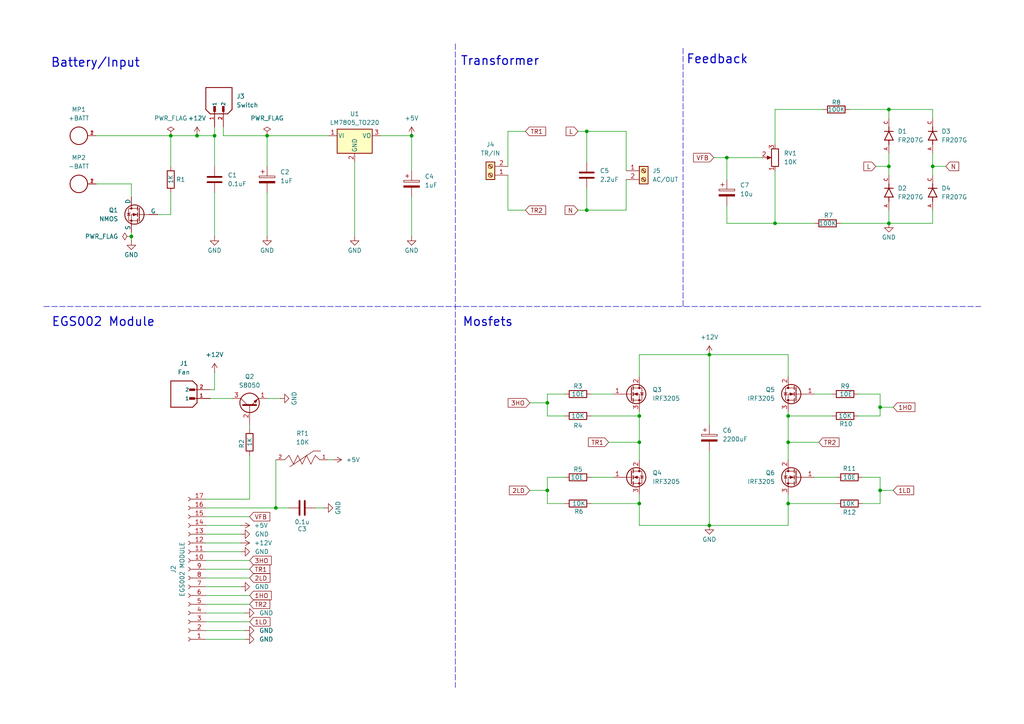
<source format=kicad_sch>
(kicad_sch (version 20231120) (generator "eeschema") (generator_version "8.0")
  (paper "A4")
  (title_block (title "Sine Wave Inverter with EGS002") (date "2024-10-20") (company "Ampnics") (comment 1 "Design By - Engineer Ammar"))
  (lib_symbols
    (symbol "B2B-XH-A__LF__SN_:B2B-XH-A__LF__SN_" (pin_names (offset 1.016))
      (property "Reference" "J" (at -2.54 6.35 0))
      (property "Value" "B2B-XH-A__LF__SN_" (at -2.54 -5.08 0))
      (symbol "B2B-XH-A__LF__SN__0_0"
        (pin passive line (at -7.62 2.54 0) (length 5.08) (name "1") (number "1"))
        (pin passive line (at -7.62 0 0) (length 5.08) (name "2") (number "2"))
      )
    )
    (symbol "Connector:Conn_01x17_Socket" (pin_names (offset 1.016) hide)
      (property "Reference" "J" (at 0 22.86 0))
      (property "Value" "Conn_01x17_Socket" (at 0 -22.86 0))
      (symbol "Conn_01x17_Socket_1_1"
        (pin passive line (at -5.08 20.32 0) (length 3.81) (name "Pin_1") (number "1"))
        (pin passive line (at -5.08 -2.54 0) (length 3.81) (name "Pin_10") (number "10"))
        (pin passive line (at -5.08 -5.08 0) (length 3.81) (name "Pin_11") (number "11"))
        (pin passive line (at -5.08 -7.62 0) (length 3.81) (name "Pin_12") (number "12"))
        (pin passive line (at -5.08 -10.16 0) (length 3.81) (name "Pin_13") (number "13"))
        (pin passive line (at -5.08 -12.7 0) (length 3.81) (name "Pin_14") (number "14"))
        (pin passive line (at -5.08 -15.24 0) (length 3.81) (name "Pin_15") (number "15"))
        (pin passive line (at -5.08 -17.78 0) (length 3.81) (name "Pin_16") (number "16"))
        (pin passive line (at -5.08 -20.32 0) (length 3.81) (name "Pin_17") (number "17"))
        (pin passive line (at -5.08 17.78 0) (length 3.81) (name "Pin_2") (number "2"))
        (pin passive line (at -5.08 15.24 0) (length 3.81) (name "Pin_3") (number "3"))
        (pin passive line (at -5.08 12.7 0) (length 3.81) (name "Pin_4") (number "4"))
        (pin passive line (at -5.08 10.16 0) (length 3.81) (name "Pin_5") (number "5"))
        (pin passive line (at -5.08 7.62 0) (length 3.81) (name "Pin_6") (number "6"))
        (pin passive line (at -5.08 5.08 0) (length 3.81) (name "Pin_7") (number "7"))
        (pin passive line (at -5.08 2.54 0) (length 3.81) (name "Pin_8") (number "8"))
        (pin passive line (at -5.08 0 0) (length 3.81) (name "Pin_9") (number "9"))
      )
    )
    (symbol "Connector:Screw_Terminal_01x02" (pin_names (offset 1.016) hide)
      (property "Reference" "J" (at 0 2.54 0))
      (property "Value" "Screw_Terminal_01x02" (at 0 -5.08 0))
      (symbol "Screw_Terminal_01x02_1_1"
        (pin passive line (at -5.08 0 0) (length 3.81) (name "Pin_1") (number "1"))
        (pin passive line (at -5.08 -2.54 0) (length 3.81) (name "Pin_2") (number "2"))
      )
    )
    (symbol "Device:C" (pin_numbers hide) (pin_names (offset 0.254))
      (property "Reference" "C" (at 0.635 2.54 0))
      (property "Value" "C" (at 0.635 -2.54 0))
      (symbol "C_1_1"
        (pin passive line (at 0 3.81 270) (length 2.794) (name "~") (number "1"))
        (pin passive line (at 0 -3.81 90) (length 2.794) (name "~") (number "2"))
      )
    )
    (symbol "Device:C_Polarized" (pin_numbers hide) (pin_names (offset 0.254))
      (property "Reference" "C" (at 0.635 2.54 0))
      (property "Value" "C_Polarized" (at 0.635 -2.54 0))
      (symbol "C_Polarized_1_1"
        (pin passive line (at 0 3.81 270) (length 2.794) (name "~") (number "1"))
        (pin passive line (at 0 -3.81 90) (length 2.794) (name "~") (number "2"))
      )
    )
    (symbol "Device:R" (pin_numbers hide) (pin_names (offset 0))
      (property "Reference" "R" (at 2.032 0 90))
      (property "Value" "R" (at 0 0 90))
      (symbol "R_1_1"
        (pin passive line (at 0 3.81 270) (length 1.27) (name "~") (number "1"))
        (pin passive line (at 0 -3.81 90) (length 1.27) (name "~") (number "2"))
      )
    )
    (symbol "Device:R_Potentiometer" (pin_names (offset 1.016) hide)
      (property "Reference" "RV" (at -4.445 0 90))
      (property "Value" "R_Potentiometer" (at -2.54 0 90))
      (symbol "R_Potentiometer_1_1"
        (pin passive line (at 0 3.81 270) (length 1.27) (name "1") (number "1"))
        (pin passive line (at 3.81 0 180) (length 1.27) (name "2") (number "2"))
        (pin passive line (at 0 -3.81 90) (length 1.27) (name "3") (number "3"))
      )
    )
    (symbol "FR207G:FR207G" (pin_names (offset 1.016))
      (property "Reference" "D" (at -5.08 2.54 0))
      (property "Value" "FR207G" (at -5.08 -3.81 0))
      (symbol "FR207G_0_0"
        (pin passive line (at -5.08 0 0) (length 2.54) (name "~") (number "A"))
        (pin passive line (at 5.08 0 180) (length 2.54) (name "~") (number "C"))
      )
    )
    (symbol "NXRT15WB333JA3A016:NXRT15WB333JA3A016" (pin_names (offset 1.016))
      (property "Reference" "RT" (at -5.091 2.5455 0))
      (property "Value" "NXRT15WB333JA3A016" (at -5.098 -5.098 0))
      (symbol "NXRT15WB333JA3A016_0_0"
        (pin passive line (at -7.62 0 0) (length 2.54) (name "~") (number "1"))
        (pin passive line (at 7.62 0 180) (length 2.54) (name "~") (number "2"))
      )
    )
    (symbol "Regulator_Linear:LM7805_TO220" (pin_names (offset 0.254))
      (property "Reference" "U" (at -3.81 3.175 0))
      (property "Value" "LM7805_TO220" (at 0 3.175 0))
      (symbol "LM7805_TO220_1_1"
        (pin power_in line (at -7.62 0 0) (length 2.54) (name "VI") (number "1"))
        (pin power_in line (at 0 -7.62 90) (length 2.54) (name "GND") (number "2"))
        (pin power_out line (at 7.62 0 180) (length 2.54) (name "VO") (number "3"))
      )
    )
    (symbol "Simulation_SPICE:NMOS" (pin_numbers hide) (pin_names (offset 0))
      (property "Reference" "Q" (at 5.08 1.27 0))
      (property "Value" "NMOS" (at 5.08 -1.27 0))
      (symbol "NMOS_1_1"
        (pin passive line (at 2.54 5.08 270) (length 2.54) (name "D") (number "1"))
        (pin input line (at -5.08 0 0) (length 2.54) (name "G") (number "2"))
        (pin passive line (at 2.54 -5.08 90) (length 2.54) (name "S") (number "3"))
      )
    )
    (symbol "Transistor_BJT:S8050" (pin_names (offset 0) hide)
      (property "Reference" "Q" (at 5.08 1.905 0))
      (property "Value" "S8050" (at 5.08 0 0))
      (symbol "S8050_1_1"
        (pin passive line (at 2.54 -5.08 90) (length 2.54) (name "E") (number "1"))
        (pin input line (at -5.08 0 0) (length 5.08) (name "B") (number "2"))
        (pin passive line (at 2.54 5.08 270) (length 2.54) (name "C") (number "3"))
      )
    )
    (symbol "Transistor_FET:IRF3205" (pin_names hide)
      (property "Reference" "Q" (at 5.08 1.905 0))
      (property "Value" "IRF3205" (at 5.08 0 0))
      (symbol "IRF3205_1_1"
        (pin input line (at -5.08 0 0) (length 2.54) (name "G") (number "1"))
        (pin passive line (at 2.54 5.08 270) (length 2.54) (name "D") (number "2"))
        (pin passive line (at 2.54 -5.08 90) (length 2.54) (name "S") (number "3"))
      )
    )
    (symbol "WA-MTAB:WA-MTAB" (pin_names (offset 1.016))
      (property "Reference" "MP" (at 0 3.556 0))
      (symbol "WA-MTAB_0_0"
        (pin passive line (at -5.08 0 0) (length 2.54) (name "~") (number "1"))
        (pin passive line (at -5.08 0 0) (length 2.54) (name "~") (number "2"))
      )
    )
    (symbol "power:+12V" (power) (pin_numbers hide) (pin_names (offset 0) hide)
      (property "Value" "+12V" (at 0 3.556 0))
      (symbol "+12V_1_1"
        (pin power_in line (at 0 0 90) (length 0) (name "~") (number "1"))
      )
    )
    (symbol "power:+5V" (power) (pin_numbers hide) (pin_names (offset 0) hide)
      (property "Value" "+5V" (at 0 3.556 0))
      (symbol "+5V_1_1"
        (pin power_in line (at 0 0 90) (length 0) (name "~") (number "1"))
      )
    )
    (symbol "power:GND" (power) (pin_numbers hide) (pin_names (offset 0) hide)
      (property "Value" "GND" (at 0 -3.81 0))
      (symbol "GND_1_1"
        (pin power_in line (at 0 0 270) (length 0) (name "~") (number "1"))
      )
    )
    (symbol "power:PWR_FLAG" (power) (pin_numbers hide) (pin_names (offset 0) hide)
      (property "Value" "PWR_FLAG" (at 0 3.81 0))
      (symbol "PWR_FLAG_0_0"
        (pin power_out line (at 0 0 90) (length 0) (name "~") (number "1"))
      )
    )
  )
  (junction (at 228.6 128.27))
  (junction (at 170.18 38.1))
  (junction (at 185.42 128.27))
  (junction (at 185.42 120.65))
  (junction (at 62.23 39.37))
  (junction (at 49.53 39.37))
  (junction (at 255.27 142.24))
  (junction (at 57.15 39.37))
  (junction (at 255.27 118.11))
  (junction (at 158.75 142.24))
  (junction (at 270.51 48.26))
  (junction (at 170.18 60.96))
  (junction (at 257.81 64.77))
  (junction (at 257.81 31.75))
  (junction (at 257.81 48.26))
  (junction (at 77.47 39.37))
  (junction (at 185.42 146.05))
  (junction (at 205.74 102.87))
  (junction (at 224.79 64.77))
  (junction (at 80.01 147.32))
  (junction (at 158.75 116.84))
  (junction (at 228.6 120.65))
  (junction (at 228.6 146.05))
  (junction (at 210.82 45.72))
  (junction (at 205.74 152.4))
  (junction (at 119.38 39.37))
  (junction (at 38.1 68.58))
  (wire (pts (xy 59.69 180.34) (xy 72.39 180.34)))
  (wire (pts (xy 62.23 55.88) (xy 62.23 68.58)))
  (wire (pts (xy 59.69 157.48) (xy 69.85 157.48)))
  (wire (pts (xy 224.79 31.75) (xy 224.79 41.91)))
  (wire (pts (xy 163.83 120.65) (xy 158.75 120.65)))
  (wire (pts (xy 257.81 31.75) (xy 257.81 34.29)))
  (wire (pts (xy 38.1 53.34) (xy 27.94 53.34)))
  (wire (pts (xy 228.6 120.65) (xy 228.6 128.27)))
  (wire (pts (xy 237.49 128.27) (xy 228.6 128.27)))
  (wire (pts (xy 228.6 102.87) (xy 228.6 109.22)))
  (wire (pts (xy 59.69 182.88) (xy 71.12 182.88)))
  (wire (pts (xy 59.69 165.1) (xy 72.39 165.1)))
  (wire (pts (xy 91.44 147.32) (xy 93.98 147.32)))
  (wire (pts (xy 236.22 114.3) (xy 241.3 114.3)))
  (wire (pts (xy 270.51 60.96) (xy 270.51 64.77)))
  (wire (pts (xy 49.53 62.23) (xy 49.53 55.88)))
  (wire (pts (xy 147.32 48.26) (xy 147.32 38.1)))
  (wire (pts (xy 228.6 128.27) (xy 228.6 133.35)))
  (wire (pts (xy 171.45 114.3) (xy 177.8 114.3)))
  (wire (pts (xy 59.69 177.8) (xy 71.12 177.8)))
  (wire (pts (xy 181.61 52.07) (xy 181.61 60.96)))
  (wire (pts (xy 59.69 162.56) (xy 72.39 162.56)))
  (wire (pts (xy 210.82 64.77) (xy 224.79 64.77)))
  (wire (pts (xy 228.6 120.65) (xy 241.3 120.65)))
  (wire (pts (xy 59.69 147.32) (xy 80.01 147.32)))
  (wire (pts (xy 119.38 49.53) (xy 119.38 39.37)))
  (wire (pts (xy 185.42 152.4) (xy 185.42 146.05)))
  (wire (pts (xy 205.74 102.87) (xy 228.6 102.87)))
  (wire (pts (xy 147.32 60.96) (xy 152.4 60.96)))
  (wire (pts (xy 170.18 38.1) (xy 170.18 46.99)))
  (wire (pts (xy 59.69 170.18) (xy 69.85 170.18)))
  (wire (pts (xy 185.42 102.87) (xy 205.74 102.87)))
  (wire (pts (xy 259.08 142.24) (xy 255.27 142.24)))
  (wire (pts (xy 255.27 142.24) (xy 255.27 138.43)))
  (wire (pts (xy 255.27 114.3) (xy 248.92 114.3)))
  (wire (pts (xy 163.83 146.05) (xy 158.75 146.05)))
  (wire (pts (xy 259.08 118.11) (xy 255.27 118.11)))
  (wire (pts (xy 210.82 59.69) (xy 210.82 64.77)))
  (wire (pts (xy 72.39 123.19) (xy 72.39 124.46)))
  (wire (pts (xy 38.1 69.85) (xy 38.1 68.58)))
  (wire (pts (xy 236.22 138.43) (xy 242.57 138.43)))
  (wire (pts (xy 185.42 109.22) (xy 185.42 102.87)))
  (wire (pts (xy 228.6 119.38) (xy 228.6 120.65)))
  (wire (pts (xy 255.27 138.43) (xy 250.19 138.43)))
  (wire (pts (xy 62.23 36.83) (xy 62.23 39.37)))
  (wire (pts (xy 59.69 185.42) (xy 71.12 185.42)))
  (wire (pts (xy 270.51 48.26) (xy 270.51 50.8)))
  (wire (pts (xy 257.81 48.26) (xy 257.81 50.8)))
  (polyline (pts (xy 132.08 88.9) (xy 284.48 88.9)) (stroke (width 0) (type dash)))
  (wire (pts (xy 171.45 146.05) (xy 185.42 146.05)))
  (wire (pts (xy 80.01 147.32) (xy 83.82 147.32)))
  (wire (pts (xy 254 48.26) (xy 257.81 48.26)))
  (wire (pts (xy 210.82 45.72) (xy 220.98 45.72)))
  (wire (pts (xy 77.47 55.88) (xy 77.47 68.58)))
  (wire (pts (xy 170.18 54.61) (xy 170.18 60.96)))
  (wire (pts (xy 205.74 152.4) (xy 185.42 152.4)))
  (wire (pts (xy 246.38 31.75) (xy 257.81 31.75)))
  (wire (pts (xy 72.39 132.08) (xy 72.39 144.78)))
  (wire (pts (xy 185.42 119.38) (xy 185.42 120.65)))
  (wire (pts (xy 185.42 133.35) (xy 185.42 128.27)))
  (polyline (pts (xy 132.08 12.7) (xy 132.08 199.39)) (stroke (width 0) (type dash)))
  (wire (pts (xy 257.81 44.45) (xy 257.81 48.26)))
  (wire (pts (xy 171.45 120.65) (xy 185.42 120.65)))
  (wire (pts (xy 181.61 38.1) (xy 170.18 38.1)))
  (wire (pts (xy 176.53 128.27) (xy 185.42 128.27)))
  (wire (pts (xy 77.47 115.57) (xy 81.28 115.57)))
  (wire (pts (xy 228.6 146.05) (xy 242.57 146.05)))
  (wire (pts (xy 69.85 154.94) (xy 59.69 154.94)))
  (wire (pts (xy 270.51 64.77) (xy 257.81 64.77)))
  (wire (pts (xy 205.74 102.87) (xy 205.74 123.19)))
  (wire (pts (xy 62.23 107.95) (xy 62.23 113.03)))
  (wire (pts (xy 205.74 130.81) (xy 205.74 152.4)))
  (wire (pts (xy 255.27 118.11) (xy 255.27 114.3)))
  (wire (pts (xy 59.69 175.26) (xy 72.39 175.26)))
  (wire (pts (xy 205.74 152.4) (xy 228.6 152.4)))
  (wire (pts (xy 158.75 138.43) (xy 163.83 138.43)))
  (wire (pts (xy 147.32 50.8) (xy 147.32 60.96)))
  (wire (pts (xy 228.6 152.4) (xy 228.6 146.05)))
  (wire (pts (xy 27.94 39.37) (xy 49.53 39.37)))
  (wire (pts (xy 95.25 133.35) (xy 96.52 133.35)))
  (wire (pts (xy 153.67 116.84) (xy 158.75 116.84)))
  (wire (pts (xy 62.23 39.37) (xy 57.15 39.37)))
  (wire (pts (xy 270.51 44.45) (xy 270.51 48.26)))
  (wire (pts (xy 72.39 144.78) (xy 59.69 144.78)))
  (wire (pts (xy 158.75 116.84) (xy 158.75 114.3)))
  (wire (pts (xy 80.01 133.35) (xy 80.01 147.32)))
  (wire (pts (xy 243.84 64.77) (xy 257.81 64.77)))
  (wire (pts (xy 158.75 146.05) (xy 158.75 142.24)))
  (wire (pts (xy 270.51 34.29) (xy 270.51 31.75)))
  (wire (pts (xy 170.18 60.96) (xy 167.64 60.96)))
  (wire (pts (xy 171.45 138.43) (xy 177.8 138.43)))
  (wire (pts (xy 181.61 49.53) (xy 181.61 38.1)))
  (wire (pts (xy 38.1 68.58) (xy 38.1 67.31)))
  (wire (pts (xy 77.47 39.37) (xy 64.77 39.37)))
  (wire (pts (xy 257.81 60.96) (xy 257.81 64.77)))
  (wire (pts (xy 60.96 113.03) (xy 62.23 113.03)))
  (wire (pts (xy 224.79 64.77) (xy 236.22 64.77)))
  (wire (pts (xy 119.38 39.37) (xy 110.49 39.37)))
  (wire (pts (xy 59.69 152.4) (xy 69.85 152.4)))
  (wire (pts (xy 274.32 48.26) (xy 270.51 48.26)))
  (wire (pts (xy 59.69 167.64) (xy 72.39 167.64)))
  (wire (pts (xy 255.27 120.65) (xy 255.27 118.11)))
  (wire (pts (xy 158.75 114.3) (xy 163.83 114.3)))
  (wire (pts (xy 77.47 39.37) (xy 95.25 39.37)))
  (wire (pts (xy 153.67 142.24) (xy 158.75 142.24)))
  (polyline (pts (xy 12.7 88.9) (xy 132.08 88.9)) (stroke (width 0) (type dash)))
  (wire (pts (xy 170.18 38.1) (xy 167.64 38.1)))
  (wire (pts (xy 255.27 146.05) (xy 255.27 142.24)))
  (wire (pts (xy 158.75 120.65) (xy 158.75 116.84)))
  (wire (pts (xy 224.79 49.53) (xy 224.79 64.77)))
  (wire (pts (xy 77.47 48.26) (xy 77.47 39.37)))
  (wire (pts (xy 248.92 120.65) (xy 255.27 120.65)))
  (wire (pts (xy 228.6 143.51) (xy 228.6 146.05)))
  (wire (pts (xy 62.23 39.37) (xy 62.23 48.26)))
  (wire (pts (xy 72.39 149.86) (xy 59.69 149.86)))
  (wire (pts (xy 147.32 38.1) (xy 152.4 38.1)))
  (wire (pts (xy 238.76 31.75) (xy 224.79 31.75)))
  (wire (pts (xy 210.82 45.72) (xy 210.82 52.07)))
  (wire (pts (xy 250.19 146.05) (xy 255.27 146.05)))
  (wire (pts (xy 119.38 57.15) (xy 119.38 68.58)))
  (wire (pts (xy 185.42 120.65) (xy 185.42 128.27)))
  (wire (pts (xy 270.51 31.75) (xy 257.81 31.75)))
  (wire (pts (xy 185.42 143.51) (xy 185.42 146.05)))
  (wire (pts (xy 64.77 39.37) (xy 64.77 36.83)))
  (wire (pts (xy 59.69 160.02) (xy 69.85 160.02)))
  (wire (pts (xy 207.01 45.72) (xy 210.82 45.72)))
  (wire (pts (xy 49.53 48.26) (xy 49.53 39.37)))
  (wire (pts (xy 102.87 46.99) (xy 102.87 68.58)))
  (wire (pts (xy 59.69 172.72) (xy 72.39 172.72)))
  (wire (pts (xy 38.1 57.15) (xy 38.1 53.34)))
  (wire (pts (xy 181.61 60.96) (xy 170.18 60.96)))
  (wire (pts (xy 45.72 62.23) (xy 49.53 62.23)))
  (polyline (pts (xy 198.12 13.97) (xy 198.12 88.9)) (stroke (width 0) (type dash)))
  (wire (pts (xy 158.75 142.24) (xy 158.75 138.43)))
  (wire (pts (xy 60.96 115.57) (xy 67.31 115.57)))
  (wire (pts (xy 57.15 39.37) (xy 49.53 39.37)))
  (text "Battery/Input" (at 27.686 18.288 0) (effects (font (size 2.54 2.54) (thickness 0.3175))))
  (text "EGS002 Module" (at 29.972 93.472 0) (effects (font (size 2.54 2.54) (thickness 0.3175))))
  (text "Transformer" (at 145.034 17.78 0) (effects (font (size 2.54 2.54) (thickness 0.3175))))
  (text "Feedback" (at 208.026 17.272 0) (effects (font (size 2.54 2.54) (thickness 0.3175))))
  (text "Mosfets" (at 141.478 93.472 0) (effects (font (size 2.54 2.54) (thickness 0.3175))))
  (global_label "1LD" (shape input) (at 259.08 142.24 0) (property "Intersheetrefs" "${INTERSHEET_REFS}" (effects (hide yes))))
  (global_label "1LD" (shape input) (at 72.39 180.34 0) (property "Intersheetrefs" "${INTERSHEET_REFS}" (effects (hide yes))))
  (global_label "TR1" (shape input) (at 72.39 165.1 0) (property "Intersheetrefs" "${INTERSHEET_REFS}" (effects (hide yes))))
  (global_label "TR2" (shape input) (at 237.49 128.27 0) (property "Intersheetrefs" "${INTERSHEET_REFS}" (effects (hide yes))))
  (global_label "TR1" (shape input) (at 152.4 38.1 0) (property "Intersheetrefs" "${INTERSHEET_REFS}" (effects (hide yes))))
  (global_label "L" (shape input) (at 167.64 38.1 180) (property "Intersheetrefs" "${INTERSHEET_REFS}" (effects (hide yes))))
  (global_label "VFB" (shape input) (at 72.39 149.86 0) (property "Intersheetrefs" "${INTERSHEET_REFS}" (effects (hide yes))))
  (global_label "2LD" (shape input) (at 72.39 167.64 0) (property "Intersheetrefs" "${INTERSHEET_REFS}" (effects (hide yes))))
  (global_label "3HO" (shape input) (at 153.67 116.84 180) (property "Intersheetrefs" "${INTERSHEET_REFS}" (effects (hide yes))))
  (global_label "TR2" (shape input) (at 72.39 175.26 0) (property "Intersheetrefs" "${INTERSHEET_REFS}" (effects (hide yes))))
  (global_label "VFB" (shape input) (at 207.01 45.72 180) (property "Intersheetrefs" "${INTERSHEET_REFS}" (effects (hide yes))))
  (global_label "1HO" (shape input) (at 259.08 118.11 0) (property "Intersheetrefs" "${INTERSHEET_REFS}" (effects (hide yes))))
  (global_label "N" (shape input) (at 167.64 60.96 180) (property "Intersheetrefs" "${INTERSHEET_REFS}" (effects (hide yes))))
  (global_label "N" (shape input) (at 274.32 48.26 0) (property "Intersheetrefs" "${INTERSHEET_REFS}" (effects (hide yes))))
  (global_label "TR1" (shape input) (at 176.53 128.27 180) (property "Intersheetrefs" "${INTERSHEET_REFS}" (effects (hide yes))))
  (global_label "3HO" (shape input) (at 72.39 162.56 0) (property "Intersheetrefs" "${INTERSHEET_REFS}" (effects (hide yes))))
  (global_label "L" (shape input) (at 254 48.26 180) (property "Intersheetrefs" "${INTERSHEET_REFS}" (effects (hide yes))))
  (global_label "1HO" (shape input) (at 72.39 172.72 0) (property "Intersheetrefs" "${INTERSHEET_REFS}" (effects (hide yes))))
  (global_label "TR2" (shape input) (at 152.4 60.96 0) (property "Intersheetrefs" "${INTERSHEET_REFS}" (effects (hide yes))))
  (global_label "2LD" (shape input) (at 153.67 142.24 180) (property "Intersheetrefs" "${INTERSHEET_REFS}" (effects (hide yes))))
  (symbol (lib_id "power:GND") (at 119.38 68.58 0) (unit 1)
    (property "Reference" "#PWR019" (effects (hide yes)))
    (property "Value" "GND" (at 119.38 72.644 0))
    (property "Description" "Power symbol creates a global label with name \"GND\" , ground" (effects (hide yes)))
  )
  (symbol (lib_id "power:GND") (at 69.85 170.18 90) (unit 1)
    (property "Reference" "#PWR09" (effects (hide yes)))
    (property "Value" "GND" (at 75.946 170.18 90))
    (property "Description" "Power symbol creates a global label with name \"GND\" , ground" (effects (hide yes)))
  )
  (symbol (lib_id "power:+12V") (at 69.85 157.48 270) (unit 1)
    (property "Reference" "#PWR07" (effects (hide yes)))
    (property "Value" "+12V" (at 73.66 157.4799 90) (effects (justify left)))
    (property "Description" "Power symbol creates a global label with name \"+12V\"" (effects (hide yes)))
  )
  (symbol (lib_id "Device:C") (at 170.18 50.8 0) (unit 1)
    (property "Reference" "C5" (at 173.99 49.5299 0) (effects (justify left)))
    (property "Value" "2.2uF" (at 173.99 52.0699 0) (effects (justify left)))
    (property "Footprint" "Capacitor_THT:C_Rect_L16.5mm_W6.0mm_P15.00mm_MKT" (effects (hide yes)))
    (property "Description" "Unpolarized capacitor" (effects (hide yes)))
  )
  (symbol (lib_id "Device:R") (at 242.57 31.75 270) (unit 1)
    (property "Reference" "R8" (at 242.57 29.718 90))
    (property "Value" "100K" (at 242.57 31.75 90))
    (property "Footprint" "Resistor_THT:R_Axial_DIN0207_L6.3mm_D2.5mm_P7.62mm_Horizontal" (effects (hide yes)))
    (property "Description" "Resistor" (effects (hide yes)))
  )
  (symbol (lib_id "Device:C_Polarized") (at 77.47 52.07 0) (unit 1)
    (property "Reference" "C2" (at 81.28 49.9109 0) (effects (justify left)))
    (property "Value" "1uF" (at 81.28 52.4509 0) (effects (justify left)))
    (property "Footprint" "Capacitor_THT:CP_Radial_D5.0mm_P2.50mm" (effects (hide yes)))
    (property "Description" "Polarized capacitor" (effects (hide yes)))
  )
  (symbol (lib_id "power:+5V") (at 69.85 152.4 270) (unit 1)
    (property "Reference" "#PWR05" (effects (hide yes)))
    (property "Value" "+5V" (at 73.66 152.3999 90) (effects (justify left)))
    (property "Description" "Power symbol creates a global label with name \"+5V\"" (effects (hide yes)))
  )
  (symbol (lib_id "Device:R") (at 246.38 138.43 90) (unit 1)
    (property "Reference" "R11" (at 246.38 135.89 90))
    (property "Value" "10E" (at 246.38 138.43 90))
    (property "Footprint" "Resistor_THT:R_Axial_DIN0207_L6.3mm_D2.5mm_P7.62mm_Horizontal" (effects (hide yes)))
    (property "Description" "Resistor" (effects (hide yes)))
  )
  (symbol (lib_id "B2B-XH-A__LF__SN_:B2B-XH-A__LF__SN_") (at 53.34 113.03 180) (unit 1)
    (property "Reference" "J1" (at 53.34 105.41 0))
    (property "Value" "Fan" (at 53.34 107.95 0))
    (property "Footprint" "B2B-XH-A__LF__SN_:JST_B2B-XH-A__LF__SN_" (effects (hide yes)))
    (property "MF" "JST Sales" (effects (hide yes)))
    (property "MAXIMUM_PACKAGE_HEIGHT" "7 mm" (effects (hide yes)))
    (property "Package" "None" (effects (hide yes)))
    (property "Price" "None" (effects (hide yes)))
    (property "Check_prices" "https://www.snapeda.com/parts/B2B-XH-A%20(LF)(SN)/JST+Sales+America+Inc./view-part/?ref=eda" (effects (hide yes)))
    (property "STANDARD" "Manufacturer Recommendations" (effects (hide yes)))
    (property "PARTREV" "N/A" (effects (hide yes)))
    (property "SnapEDA_Link" "https://www.snapeda.com/parts/B2B-XH-A%20(LF)(SN)/JST+Sales+America+Inc./view-part/?ref=snap" (effects (hide yes)))
    (property "MP" "B2B-XH-A (LF)(SN)" (effects (hide yes)))
    (property "Purchase-URL" "https://www.snapeda.com/api/url_track_click_mouser/?unipart_id=1904846&manufacturer=JST Sales&part_name=B2B-XH-A (LF)(SN)&search_term=b2b-xh-a_lf__sn_" (effects (hide yes)))
    (property "Description_1" "\nConnector Header Through Hole 2 position 0.098 (2.50mm)\n" (effects (hide yes)))
    (property "MANUFACTURER" "JST Sales America Inc." (effects (hide yes)))
    (property "Availability" "In Stock" (effects (hide yes)))
    (property "SNAPEDA_PN" "B2B-XH-A (LF)(SN)" (effects (hide yes)))
  )
  (symbol (lib_id "Device:R") (at 49.53 52.07 0) (unit 1)
    (property "Reference" "R1" (at 51.054 52.07 0) (effects (justify left)))
    (property "Value" "1K" (at 49.53 53.34 90) (effects (justify left)))
    (property "Footprint" "Resistor_THT:R_Axial_DIN0207_L6.3mm_D2.5mm_P7.62mm_Horizontal" (effects (hide yes)))
    (property "Description" "Resistor" (effects (hide yes)))
  )
  (symbol (lib_id "power:+12V") (at 62.23 107.95 0) (unit 1)
    (property "Reference" "#PWR04" (effects (hide yes)))
    (property "Value" "+12V" (at 62.23 102.87 0))
    (property "Description" "Power symbol creates a global label with name \"+12V\"" (effects (hide yes)))
  )
  (symbol (lib_id "Device:R") (at 167.64 146.05 90) (unit 1)
    (property "Reference" "R6" (at 167.894 148.336 90))
    (property "Value" "10K" (at 167.894 146.05 90))
    (property "Footprint" "Resistor_THT:R_Axial_DIN0207_L6.3mm_D2.5mm_P7.62mm_Horizontal" (effects (hide yes)))
    (property "Description" "Resistor" (effects (hide yes)))
  )
  (symbol (lib_id "FR207G:FR207G") (at 257.81 39.37 90) (unit 1)
    (property "Reference" "D1" (at 260.35 38.0999 90) (effects (justify right)))
    (property "Value" "FR207G" (at 260.35 40.6399 90) (effects (justify right)))
    (property "Footprint" "FR207G:DIOAD1300W80L670D310" (effects (hide yes)))
    (property "MF" "Taiwan Semiconductor" (effects (hide yes)))
    (property "MAXIMUM_PACKAGE_HEIGHT" "3.6 mm" (effects (hide yes)))
    (property "Package" "DO-15 Taiwan Semiconductor" (effects (hide yes)))
    (property "Price" "None" (effects (hide yes)))
    (property "Check_prices" "https://www.snapeda.com/parts/FR207G/Taiwan+Semiconductor/view-part/?ref=eda" (effects (hide yes)))
    (property "STANDARD" "IPC-7351B" (effects (hide yes)))
    (property "PARTREV" "F2105" (effects (hide yes)))
    (property "SnapEDA_Link" "https://www.snapeda.com/parts/FR207G/Taiwan+Semiconductor/view-part/?ref=snap" (effects (hide yes)))
    (property "MP" "FR207G" (effects (hide yes)))
    (property "Purchase-URL" "https://www.snapeda.com/api/url_track_click_mouser/?unipart_id=778169&manufacturer=Taiwan Semiconductor&part_name=FR207G&search_term=fr207 diode" (effects (hide yes)))
    (property "Description_1" "\n500ns, 2A, 1000V, Fast Recovery Rectifier\n" (effects (hide yes)))
    (property "Availability" "In Stock" (effects (hide yes)))
    (property "MANUFACTURER" "Taiwan Semiconductor" (effects (hide yes)))
  )
  (symbol (lib_id "Connector:Conn_01x17_Socket") (at 54.61 165.1 180) (unit 1)
    (property "Reference" "J2" (at 50.292 165.1 90))
    (property "Value" "EGS002 MODULE" (at 52.832 165.1 90))
    (property "Footprint" "Connector_PinSocket_2.54mm:PinSocket_1x17_P2.54mm_Vertical" (effects (hide yes)))
    (property "Description" "Generic connector, single row, 01x17, script generated" (effects (hide yes)))
  )
  (symbol (lib_id "FR207G:FR207G") (at 270.51 55.88 90) (unit 1)
    (property "Reference" "D4" (at 273.05 54.6099 90) (effects (justify right)))
    (property "Value" "FR207G" (at 273.05 57.1499 90) (effects (justify right)))
    (property "Footprint" "FR207G:DIOAD1300W80L670D310" (effects (hide yes)))
    (property "MF" "Taiwan Semiconductor" (effects (hide yes)))
    (property "MAXIMUM_PACKAGE_HEIGHT" "3.6 mm" (effects (hide yes)))
    (property "Package" "DO-15 Taiwan Semiconductor" (effects (hide yes)))
    (property "Price" "None" (effects (hide yes)))
    (property "Check_prices" "https://www.snapeda.com/parts/FR207G/Taiwan+Semiconductor/view-part/?ref=eda" (effects (hide yes)))
    (property "STANDARD" "IPC-7351B" (effects (hide yes)))
    (property "PARTREV" "F2105" (effects (hide yes)))
    (property "SnapEDA_Link" "https://www.snapeda.com/parts/FR207G/Taiwan+Semiconductor/view-part/?ref=snap" (effects (hide yes)))
    (property "MP" "FR207G" (effects (hide yes)))
    (property "Purchase-URL" "https://www.snapeda.com/api/url_track_click_mouser/?unipart_id=778169&manufacturer=Taiwan Semiconductor&part_name=FR207G&search_term=fr207 diode" (effects (hide yes)))
    (property "Description_1" "\n500ns, 2A, 1000V, Fast Recovery Rectifier\n" (effects (hide yes)))
    (property "Availability" "In Stock" (effects (hide yes)))
    (property "MANUFACTURER" "Taiwan Semiconductor" (effects (hide yes)))
  )
  (symbol (lib_id "power:GND") (at 71.12 185.42 90) (unit 1)
    (property "Reference" "#PWR012" (effects (hide yes)))
    (property "Value" "GND" (at 77.216 185.42 90))
    (property "Description" "Power symbol creates a global label with name \"GND\" , ground" (effects (hide yes)))
  )
  (symbol (lib_id "FR207G:FR207G") (at 270.51 39.37 90) (unit 1)
    (property "Reference" "D3" (at 273.05 38.0999 90) (effects (justify right)))
    (property "Value" "FR207G" (at 273.05 40.6399 90) (effects (justify right)))
    (property "Footprint" "FR207G:DIOAD1300W80L670D310" (effects (hide yes)))
    (property "MF" "Taiwan Semiconductor" (effects (hide yes)))
    (property "MAXIMUM_PACKAGE_HEIGHT" "3.6 mm" (effects (hide yes)))
    (property "Package" "DO-15 Taiwan Semiconductor" (effects (hide yes)))
    (property "Price" "None" (effects (hide yes)))
    (property "Check_prices" "https://www.snapeda.com/parts/FR207G/Taiwan+Semiconductor/view-part/?ref=eda" (effects (hide yes)))
    (property "STANDARD" "IPC-7351B" (effects (hide yes)))
    (property "PARTREV" "F2105" (effects (hide yes)))
    (property "SnapEDA_Link" "https://www.snapeda.com/parts/FR207G/Taiwan+Semiconductor/view-part/?ref=snap" (effects (hide yes)))
    (property "MP" "FR207G" (effects (hide yes)))
    (property "Purchase-URL" "https://www.snapeda.com/api/url_track_click_mouser/?unipart_id=778169&manufacturer=Taiwan Semiconductor&part_name=FR207G&search_term=fr207 diode" (effects (hide yes)))
    (property "Description_1" "\n500ns, 2A, 1000V, Fast Recovery Rectifier\n" (effects (hide yes)))
    (property "Availability" "In Stock" (effects (hide yes)))
    (property "MANUFACTURER" "Taiwan Semiconductor" (effects (hide yes)))
  )
  (symbol (lib_id "Device:C") (at 62.23 52.07 0) (unit 1)
    (property "Reference" "C1" (at 66.04 50.7999 0) (effects (justify left)))
    (property "Value" "0.1uF" (at 66.04 53.3399 0) (effects (justify left)))
    (property "Footprint" "Capacitor_THT:C_Disc_D4.3mm_W1.9mm_P5.00mm" (effects (hide yes)))
    (property "Description" "Unpolarized capacitor" (effects (hide yes)))
  )
  (symbol (lib_id "Connector:Screw_Terminal_01x02") (at 142.24 50.8 180) (unit 1)
    (property "Reference" "J4" (at 142.24 41.91 0))
    (property "Value" "TR/IN" (at 142.24 44.45 0))
    (property "Footprint" "TerminalBlock:TerminalBlock_bornier-2_P5.08mm" (effects (hide yes)))
    (property "Description" "Generic screw terminal, single row, 01x02, script generated (kicad-library-utils/schlib/autogen/connector/)" (effects (hide yes)))
  )
  (symbol (lib_id "Device:R") (at 246.38 146.05 90) (unit 1)
    (property "Reference" "R12" (at 246.38 148.59 90))
    (property "Value" "10K" (at 246.126 146.05 90))
    (property "Footprint" "Resistor_THT:R_Axial_DIN0207_L6.3mm_D2.5mm_P7.62mm_Horizontal" (effects (hide yes)))
    (property "Description" "Resistor" (effects (hide yes)))
  )
  (symbol (lib_id "power:GND") (at 62.23 68.58 0) (unit 1)
    (property "Reference" "#PWR03" (effects (hide yes)))
    (property "Value" "GND" (at 62.23 72.644 0))
    (property "Description" "Power symbol creates a global label with name \"GND\" , ground" (effects (hide yes)))
  )
  (symbol (lib_id "power:PWR_FLAG") (at 49.53 39.37 0) (unit 1)
    (property "Reference" "#FLG02" (effects (hide yes)))
    (property "Value" "PWR_FLAG" (at 49.53 34.29 0))
    (property "Description" "Special symbol for telling ERC where power comes from" (effects (hide yes)))
  )
  (symbol (lib_id "power:GND") (at 93.98 147.32 90) (unit 1)
    (property "Reference" "#PWR016" (effects (hide yes)))
    (property "Value" "GND" (at 98.044 147.32 0))
    (property "Description" "Power symbol creates a global label with name \"GND\" , ground" (effects (hide yes)))
  )
  (symbol (lib_id "Device:R") (at 245.11 120.65 90) (unit 1)
    (property "Reference" "R10" (at 245.364 122.936 90))
    (property "Value" "10K" (at 245.11 120.65 90))
    (property "Footprint" "Resistor_THT:R_Axial_DIN0207_L6.3mm_D2.5mm_P7.62mm_Horizontal" (effects (hide yes)))
    (property "Description" "Resistor" (effects (hide yes)))
  )
  (symbol (lib_id "power:GND") (at 77.47 68.58 0) (unit 1)
    (property "Reference" "#PWR013" (effects (hide yes)))
    (property "Value" "GND" (at 77.47 72.644 0))
    (property "Description" "Power symbol creates a global label with name \"GND\" , ground" (effects (hide yes)))
  )
  (symbol (lib_id "Simulation_SPICE:NMOS") (at 40.64 62.23 0) (mirror y) (unit 1)
    (property "Reference" "Q1" (at 34.29 60.9599 0) (effects (justify left)))
    (property "Value" "NMOS" (at 34.29 63.4999 0) (effects (justify left)))
    (property "Footprint" "Package_TO_SOT_SMD:TO-252-2" (effects (hide yes)))
    (property "Datasheet" "https://ngspice.sourceforge.io/docs/ngspice-html-manual/manual.xhtml#cha_MOSFETs" (effects (hide yes)))
    (property "Description" "N-MOSFET transistor, drain/source/gate" (effects (hide yes)))
    (property "Sim.Device" "NMOS" (effects (hide yes)))
    (property "Sim.Type" "VDMOS" (effects (hide yes)))
    (property "Sim.Pins" "1=D 2=G 3=S" (effects (hide yes)))
  )
  (symbol (lib_id "Device:R") (at 167.64 138.43 90) (unit 1)
    (property "Reference" "R5" (at 167.64 136.144 90))
    (property "Value" "10E" (at 167.386 138.43 90))
    (property "Footprint" "Resistor_THT:R_Axial_DIN0207_L6.3mm_D2.5mm_P7.62mm_Horizontal" (effects (hide yes)))
    (property "Description" "Resistor" (effects (hide yes)))
  )
  (symbol (lib_id "Device:R") (at 72.39 128.27 180) (unit 1)
    (property "Reference" "R2" (at 70.104 130.048 90) (effects (justify right)))
    (property "Value" "1K" (at 72.39 129.54 90) (effects (justify right)))
    (property "Footprint" "Resistor_THT:R_Axial_DIN0207_L6.3mm_D2.5mm_P7.62mm_Horizontal" (effects (hide yes)))
    (property "Description" "Resistor" (effects (hide yes)))
  )
  (symbol (lib_id "power:GND") (at 71.12 182.88 90) (unit 1)
    (property "Reference" "#PWR011" (effects (hide yes)))
    (property "Value" "GND" (at 77.216 182.88 90))
    (property "Description" "Power symbol creates a global label with name \"GND\" , ground" (effects (hide yes)))
  )
  (symbol (lib_id "power:GND") (at 69.85 160.02 90) (unit 1)
    (property "Reference" "#PWR08" (effects (hide yes)))
    (property "Value" "GND" (at 75.946 160.02 90))
    (property "Description" "Power symbol creates a global label with name \"GND\" , ground" (effects (hide yes)))
  )
  (symbol (lib_id "power:GND") (at 81.28 115.57 90) (unit 1)
    (property "Reference" "#PWR015" (effects (hide yes)))
    (property "Value" "GND" (at 85.344 115.57 0))
    (property "Description" "Power symbol creates a global label with name \"GND\" , ground" (effects (hide yes)))
  )
  (symbol (lib_id "Device:C") (at 87.63 147.32 90) (unit 1)
    (property "Reference" "C3" (at 87.63 153.416 90))
    (property "Value" "0.1u" (at 87.63 151.384 90))
    (property "Footprint" "Capacitor_THT:C_Disc_D4.3mm_W1.9mm_P5.00mm" (effects (hide yes)))
    (property "Description" "Unpolarized capacitor" (effects (hide yes)))
  )
  (symbol (lib_id "Connector:Screw_Terminal_01x02") (at 186.69 49.53 0) (unit 1)
    (property "Reference" "J5" (at 189.23 49.5299 0) (effects (justify left)))
    (property "Value" "AC/OUT" (at 189.23 52.0699 0) (effects (justify left)))
    (property "Footprint" "TerminalBlock:TerminalBlock_bornier-2_P5.08mm" (effects (hide yes)))
    (property "Description" "Generic screw terminal, single row, 01x02, script generated (kicad-library-utils/schlib/autogen/connector/)" (effects (hide yes)))
  )
  (symbol (lib_id "power:GND") (at 102.87 68.58 0) (unit 1)
    (property "Reference" "#PWR017" (effects (hide yes)))
    (property "Value" "GND" (at 102.87 72.644 0))
    (property "Description" "Power symbol creates a global label with name \"GND\" , ground" (effects (hide yes)))
  )
  (symbol (lib_id "power:GND") (at 205.74 152.4 0) (unit 1)
    (property "Reference" "#PWR021" (effects (hide yes)))
    (property "Value" "GND" (at 205.74 156.464 0))
    (property "Description" "Power symbol creates a global label with name \"GND\" , ground" (effects (hide yes)))
  )
  (symbol (lib_id "WA-MTAB:WA-MTAB") (at 22.86 39.37 180) (unit 1)
    (property "Reference" "MP1" (at 22.86 31.75 0))
    (property "Value" "+BATT" (at 22.86 34.29 0))
    (property "Footprint" "WA-MTAB:WA-MTAB_7471287" (effects (hide yes)))
    (property "MF" "Würth Elektronik" (effects (hide yes)))
    (property "Description_1" "\n0.250 (6.35mm) Quick Connect Male Solder Connector Non-Insulated\n" (effects (hide yes)))
    (property "Package" "None" (effects (hide yes)))
    (property "Purchase-URL" "https://www.snapeda.com/api/url_track_click_mouser/?unipart_id=8564251&manufacturer=Würth Elektronik&part_name=7471287&search_term=quick connector" (effects (hide yes)))
    (property "GENDER" "Male" (effects (hide yes)))
    (property "MOUNT" "THT" (effects (hide yes)))
    (property "VALUE" "7471287" (effects (hide yes)))
    (property "Availability" "In Stock" (effects (hide yes)))
    (property "SnapEDA_Link" "https://www.snapeda.com/parts/7471287/Wurth+Elektronik/view-part/?ref=snap" (effects (hide yes)))
    (property "DATASHEET-URL" "https://www.we-online.com/catalog/datasheet/7471287.pdf" (effects (hide yes)))
    (property "MP" "7471287" (effects (hide yes)))
    (property "PITCH" "5.08mm" (effects (hide yes)))
    (property "PART-NUMBER" "7471287" (effects (hide yes)))
    (property "BLADE-DESIGN" "6.35mm" (effects (hide yes)))
    (property "TYPE" "Vertical" (effects (hide yes)))
    (property "Price" "None" (effects (hide yes)))
    (property "Check_prices" "https://www.snapeda.com/parts/7471287/Wurth+Elektronik/view-part/?ref=eda" (effects (hide yes)))
  )
  (symbol (lib_id "WA-MTAB:WA-MTAB") (at 22.86 53.34 180) (unit 1)
    (property "Reference" "MP2" (at 22.86 45.72 0))
    (property "Value" "-BATT" (at 22.86 48.26 0))
    (property "Footprint" "WA-MTAB:WA-MTAB_7471287" (effects (hide yes)))
    (property "MF" "Würth Elektronik" (effects (hide yes)))
    (property "Description_1" "\n0.250 (6.35mm) Quick Connect Male Solder Connector Non-Insulated\n" (effects (hide yes)))
    (property "Package" "None" (effects (hide yes)))
    (property "Purchase-URL" "https://www.snapeda.com/api/url_track_click_mouser/?unipart_id=8564251&manufacturer=Würth Elektronik&part_name=7471287&search_term=quick connector" (effects (hide yes)))
    (property "GENDER" "Male" (effects (hide yes)))
    (property "MOUNT" "THT" (effects (hide yes)))
    (property "VALUE" "7471287" (effects (hide yes)))
    (property "Availability" "In Stock" (effects (hide yes)))
    (property "SnapEDA_Link" "https://www.snapeda.com/parts/7471287/Wurth+Elektronik/view-part/?ref=snap" (effects (hide yes)))
    (property "DATASHEET-URL" "https://www.we-online.com/catalog/datasheet/7471287.pdf" (effects (hide yes)))
    (property "MP" "7471287" (effects (hide yes)))
    (property "PITCH" "5.08mm" (effects (hide yes)))
    (property "PART-NUMBER" "7471287" (effects (hide yes)))
    (property "BLADE-DESIGN" "6.35mm" (effects (hide yes)))
    (property "TYPE" "Vertical" (effects (hide yes)))
    (property "Price" "None" (effects (hide yes)))
    (property "Check_prices" "https://www.snapeda.com/parts/7471287/Wurth+Elektronik/view-part/?ref=eda" (effects (hide yes)))
  )
  (symbol (lib_id "power:GND") (at 257.81 64.77 0) (unit 1)
    (property "Reference" "#PWR022" (effects (hide yes)))
    (property "Value" "GND" (at 257.81 68.834 0))
    (property "Description" "Power symbol creates a global label with name \"GND\" , ground" (effects (hide yes)))
  )
  (symbol (lib_id "Transistor_FET:IRF3205") (at 182.88 138.43 0) (unit 1)
    (property "Reference" "Q4" (at 189.23 137.1599 0) (effects (justify left)))
    (property "Value" "IRF3205" (at 189.23 139.6999 0) (effects (justify left)))
    (property "Footprint" "Package_TO_SOT_THT:TO-220-3_Vertical" (effects (hide yes)))
    (property "Datasheet" "http://www.irf.com/product-info/datasheets/data/irf3205.pdf" (effects (hide yes)))
    (property "Description" "110A Id, 55V Vds, Single N-Channel HEXFET Power MOSFET, 8mOhm Ron, TO-220AB" (effects (hide yes)))
  )
  (symbol (lib_id "FR207G:FR207G") (at 257.81 55.88 90) (unit 1)
    (property "Reference" "D2" (at 260.35 54.6099 90) (effects (justify right)))
    (property "Value" "FR207G" (at 260.35 57.1499 90) (effects (justify right)))
    (property "Footprint" "FR207G:DIOAD1300W80L670D310" (effects (hide yes)))
    (property "MF" "Taiwan Semiconductor" (effects (hide yes)))
    (property "MAXIMUM_PACKAGE_HEIGHT" "3.6 mm" (effects (hide yes)))
    (property "Package" "DO-15 Taiwan Semiconductor" (effects (hide yes)))
    (property "Price" "None" (effects (hide yes)))
    (property "Check_prices" "https://www.snapeda.com/parts/FR207G/Taiwan+Semiconductor/view-part/?ref=eda" (effects (hide yes)))
    (property "STANDARD" "IPC-7351B" (effects (hide yes)))
    (property "PARTREV" "F2105" (effects (hide yes)))
    (property "SnapEDA_Link" "https://www.snapeda.com/parts/FR207G/Taiwan+Semiconductor/view-part/?ref=snap" (effects (hide yes)))
    (property "MP" "FR207G" (effects (hide yes)))
    (property "Purchase-URL" "https://www.snapeda.com/api/url_track_click_mouser/?unipart_id=778169&manufacturer=Taiwan Semiconductor&part_name=FR207G&search_term=fr207 diode" (effects (hide yes)))
    (property "Description_1" "\n500ns, 2A, 1000V, Fast Recovery Rectifier\n" (effects (hide yes)))
    (property "Availability" "In Stock" (effects (hide yes)))
    (property "MANUFACTURER" "Taiwan Semiconductor" (effects (hide yes)))
  )
  (symbol (lib_id "power:PWR_FLAG") (at 38.1 68.58 90) (unit 1)
    (property "Reference" "#FLG01" (effects (hide yes)))
    (property "Value" "PWR_FLAG" (at 34.29 68.5799 90) (effects (justify left)))
    (property "Description" "Special symbol for telling ERC where power comes from" (effects (hide yes)))
  )
  (symbol (lib_id "power:+12V") (at 57.15 39.37 0) (unit 1)
    (property "Reference" "#PWR02" (effects (hide yes)))
    (property "Value" "+12V" (at 57.15 34.29 0))
    (property "Description" "Power symbol creates a global label with name \"+12V\"" (effects (hide yes)))
  )
  (symbol (lib_id "power:+5V") (at 96.52 133.35 270) (unit 1)
    (property "Reference" "#PWR014" (effects (hide yes)))
    (property "Value" "+5V" (at 100.33 133.3499 90) (effects (justify left)))
    (property "Description" "Power symbol creates a global label with name \"+5V\"" (effects (hide yes)))
  )
  (symbol (lib_id "power:+5V") (at 119.38 39.37 0) (unit 1)
    (property "Reference" "#PWR018" (effects (hide yes)))
    (property "Value" "+5V" (at 119.38 34.29 0))
    (property "Description" "Power symbol creates a global label with name \"+5V\"" (effects (hide yes)))
  )
  (symbol (lib_id "power:PWR_FLAG") (at 77.47 39.37 0) (unit 1)
    (property "Reference" "#FLG03" (effects (hide yes)))
    (property "Value" "PWR_FLAG" (at 77.47 34.29 0))
    (property "Description" "Special symbol for telling ERC where power comes from" (effects (hide yes)))
  )
  (symbol (lib_id "Transistor_FET:IRF3205") (at 182.88 114.3 0) (unit 1)
    (property "Reference" "Q3" (at 189.23 113.0299 0) (effects (justify left)))
    (property "Value" "IRF3205" (at 189.23 115.5699 0) (effects (justify left)))
    (property "Footprint" "Package_TO_SOT_THT:TO-220-3_Vertical" (effects (hide yes)))
    (property "Datasheet" "http://www.irf.com/product-info/datasheets/data/irf3205.pdf" (effects (hide yes)))
    (property "Description" "110A Id, 55V Vds, Single N-Channel HEXFET Power MOSFET, 8mOhm Ron, TO-220AB" (effects (hide yes)))
  )
  (symbol (lib_id "NXRT15WB333JA3A016:NXRT15WB333JA3A016") (at 87.63 133.35 180) (unit 1)
    (property "Reference" "RT1" (at 87.757 125.73 0))
    (property "Value" "10K" (at 87.757 128.27 0))
    (property "Footprint" "NXRT15WB333JA3A016:THERM_NXRT15WB333JA3A016" (effects (hide yes)))
    (property "MF" "Murata Electronics" (effects (hide yes)))
    (property "MAXIMUM_PACKAGE_HEIGHT" "8.5 mm" (effects (hide yes)))
    (property "Package" "RADIAL-2 Murata" (effects (hide yes)))
    (property "Price" "None" (effects (hide yes)))
    (property "Check_prices" "https://www.snapeda.com/parts/NXRT15WB333JA3A016/Murata/view-part/?ref=eda" (effects (hide yes)))
    (property "STANDARD" "IPC-7351B" (effects (hide yes)))
    (property "PARTREV" "N/A" (effects (hide yes)))
    (property "SnapEDA_Link" "https://www.snapeda.com/parts/NXRT15WB333JA3A016/Murata/view-part/?ref=snap" (effects (hide yes)))
    (property "MP" "NXRT15WB333JA3A016" (effects (hide yes)))
    (property "Description_1" "\nNTC Thermistor 10k Bead\n" (effects (hide yes)))
    (property "Availability" "In Stock" (effects (hide yes)))
    (property "MANUFACTURER" "Murata" (effects (hide yes)))
  )
  (symbol (lib_id "Device:C_Polarized") (at 205.74 127 0) (unit 1)
    (property "Reference" "C6" (at 209.55 124.8409 0) (effects (justify left)))
    (property "Value" "2200uF" (at 209.55 127.3809 0) (effects (justify left)))
    (property "Footprint" "Capacitor_THT:CP_Radial_D12.5mm_P5.00mm" (effects (hide yes)))
    (property "Description" "Polarized capacitor" (effects (hide yes)))
  )
  (symbol (lib_id "power:GND") (at 71.12 177.8 90) (unit 1)
    (property "Reference" "#PWR010" (effects (hide yes)))
    (property "Value" "GND" (at 77.216 177.8 90))
    (property "Description" "Power symbol creates a global label with name \"GND\" , ground" (effects (hide yes)))
  )
  (symbol (lib_id "B2B-XH-A__LF__SN_:B2B-XH-A__LF__SN_") (at 64.77 29.21 90) (unit 1)
    (property "Reference" "J3" (at 68.58 27.9399 90) (effects (justify right)))
    (property "Value" "Switch" (at 68.58 30.4799 90) (effects (justify right)))
    (property "Footprint" "B2B-XH-A__LF__SN_:JST_B2B-XH-A__LF__SN_" (effects (hide yes)))
    (property "MF" "JST Sales" (effects (hide yes)))
    (property "MAXIMUM_PACKAGE_HEIGHT" "7 mm" (effects (hide yes)))
    (property "Package" "None" (effects (hide yes)))
    (property "Price" "None" (effects (hide yes)))
    (property "Check_prices" "https://www.snapeda.com/parts/B2B-XH-A%20(LF)(SN)/JST+Sales+America+Inc./view-part/?ref=eda" (effects (hide yes)))
    (property "STANDARD" "Manufacturer Recommendations" (effects (hide yes)))
    (property "PARTREV" "N/A" (effects (hide yes)))
    (property "SnapEDA_Link" "https://www.snapeda.com/parts/B2B-XH-A%20(LF)(SN)/JST+Sales+America+Inc./view-part/?ref=snap" (effects (hide yes)))
    (property "MP" "B2B-XH-A (LF)(SN)" (effects (hide yes)))
    (property "Purchase-URL" "https://www.snapeda.com/api/url_track_click_mouser/?unipart_id=1904846&manufacturer=JST Sales&part_name=B2B-XH-A (LF)(SN)&search_term=b2b-xh-a_lf__sn_" (effects (hide yes)))
    (property "Description_1" "\nConnector Header Through Hole 2 position 0.098 (2.50mm)\n" (effects (hide yes)))
    (property "MANUFACTURER" "JST Sales America Inc." (effects (hide yes)))
    (property "Availability" "In Stock" (effects (hide yes)))
    (property "SNAPEDA_PN" "B2B-XH-A (LF)(SN)" (effects (hide yes)))
  )
  (symbol (lib_id "power:+12V") (at 205.74 102.87 0) (unit 1)
    (property "Reference" "#PWR020" (effects (hide yes)))
    (property "Value" "+12V" (at 205.74 97.79 0))
    (property "Description" "Power symbol creates a global label with name \"+12V\"" (effects (hide yes)))
  )
  (symbol (lib_id "Device:R") (at 245.11 114.3 90) (unit 1)
    (property "Reference" "R9" (at 245.11 112.014 90))
    (property "Value" "10E" (at 245.364 114.3 90))
    (property "Footprint" "Resistor_THT:R_Axial_DIN0207_L6.3mm_D2.5mm_P7.62mm_Horizontal" (effects (hide yes)))
    (property "Description" "Resistor" (effects (hide yes)))
  )
  (symbol (lib_id "Regulator_Linear:LM7805_TO220") (at 102.87 39.37 0) (unit 1)
    (property "Reference" "U1" (at 102.87 33.02 0))
    (property "Value" "LM7805_TO220" (at 102.87 35.56 0))
    (property "Footprint" "Package_TO_SOT_THT:TO-220-3_Vertical" (effects (hide yes)))
    (property "Datasheet" "https://www.onsemi.cn/PowerSolutions/document/MC7800-D.PDF" (effects (hide yes)))
    (property "Description" "Positive 1A 35V Linear Regulator, Fixed Output 5V, TO-220" (effects (hide yes)))
  )
  (symbol (lib_id "Device:R") (at 167.64 120.65 90) (unit 1)
    (property "Reference" "R4" (at 167.64 123.444 90))
    (property "Value" "10K" (at 167.64 120.65 90))
    (property "Footprint" "Resistor_THT:R_Axial_DIN0207_L6.3mm_D2.5mm_P7.62mm_Horizontal" (effects (hide yes)))
    (property "Description" "Resistor" (effects (hide yes)))
  )
  (symbol (lib_id "Transistor_BJT:S8050") (at 72.39 118.11 90) (unit 1)
    (property "Reference" "Q2" (at 72.39 109.22 90))
    (property "Value" "S8050" (at 72.39 111.76 90))
    (property "Footprint" "Package_TO_SOT_THT:TO-92_Inline" (effects (hide yes)))
    (property "Datasheet" "http://www.unisonic.com.tw/datasheet/S8050.pdf" (effects (hide yes)))
    (property "Description" "0.7A Ic, 20V Vce, Low Voltage High Current NPN Transistor, TO-92" (effects (hide yes)))
  )
  (symbol (lib_id "power:GND") (at 69.85 154.94 90) (unit 1)
    (property "Reference" "#PWR06" (effects (hide yes)))
    (property "Value" "GND" (at 75.946 154.94 90))
    (property "Description" "Power symbol creates a global label with name \"GND\" , ground" (effects (hide yes)))
  )
  (symbol (lib_id "Device:C_Polarized") (at 210.82 55.88 0) (unit 1)
    (property "Reference" "C7" (at 214.63 53.7209 0) (effects (justify left)))
    (property "Value" "10u" (at 214.63 56.2609 0) (effects (justify left)))
    (property "Footprint" "Capacitor_THT:CP_Radial_D5.0mm_P2.50mm" (effects (hide yes)))
    (property "Description" "Polarized capacitor" (effects (hide yes)))
  )
  (symbol (lib_id "power:GND") (at 38.1 69.85 0) (unit 1)
    (property "Reference" "#PWR01" (effects (hide yes)))
    (property "Value" "GND" (at 38.1 73.914 0))
    (property "Description" "Power symbol creates a global label with name \"GND\" , ground" (effects (hide yes)))
  )
  (symbol (lib_id "Transistor_FET:IRF3205") (at 231.14 114.3 0) (mirror y) (unit 1)
    (property "Reference" "Q5" (at 224.79 113.0299 0) (effects (justify left)))
    (property "Value" "IRF3205" (at 224.79 115.5699 0) (effects (justify left)))
    (property "Footprint" "Package_TO_SOT_THT:TO-220-3_Vertical" (effects (hide yes)))
    (property "Datasheet" "http://www.irf.com/product-info/datasheets/data/irf3205.pdf" (effects (hide yes)))
    (property "Description" "110A Id, 55V Vds, Single N-Channel HEXFET Power MOSFET, 8mOhm Ron, TO-220AB" (effects (hide yes)))
  )
  (symbol (lib_id "Device:R_Potentiometer") (at 224.79 45.72 180) (unit 1)
    (property "Reference" "RV1" (at 227.33 44.4499 0) (effects (justify right)))
    (property "Value" "10K" (at 227.33 46.9899 0) (effects (justify right)))
    (property "Footprint" "Potentiometer_THT:Potentiometer_Bourns_3296W_Vertical" (effects (hide yes)))
    (property "Description" "Potentiometer" (effects (hide yes)))
  )
  (symbol (lib_id "Device:C_Polarized") (at 119.38 53.34 0) (unit 1)
    (property "Reference" "C4" (at 123.19 51.1809 0) (effects (justify left)))
    (property "Value" "1uF" (at 123.19 53.7209 0) (effects (justify left)))
    (property "Footprint" "Capacitor_THT:CP_Radial_D5.0mm_P2.50mm" (effects (hide yes)))
    (property "Description" "Polarized capacitor" (effects (hide yes)))
  )
  (symbol (lib_id "Device:R") (at 167.64 114.3 90) (unit 1)
    (property "Reference" "R3" (at 167.64 112.014 90))
    (property "Value" "10E" (at 167.64 114.3 90))
    (property "Footprint" "Resistor_THT:R_Axial_DIN0207_L6.3mm_D2.5mm_P7.62mm_Horizontal" (effects (hide yes)))
    (property "Description" "Resistor" (effects (hide yes)))
  )
  (symbol (lib_id "Device:R") (at 240.03 64.77 270) (unit 1)
    (property "Reference" "R7" (at 240.284 62.484 90))
    (property "Value" "100K" (at 240.03 64.77 90))
    (property "Footprint" "Resistor_THT:R_Axial_DIN0207_L6.3mm_D2.5mm_P7.62mm_Horizontal" (effects (hide yes)))
    (property "Description" "Resistor" (effects (hide yes)))
  )
  (symbol (lib_id "Transistor_FET:IRF3205") (at 231.14 138.43 0) (mirror y) (unit 1)
    (property "Reference" "Q6" (at 224.79 137.1599 0) (effects (justify left)))
    (property "Value" "IRF3205" (at 224.79 139.6999 0) (effects (justify left)))
    (property "Footprint" "Package_TO_SOT_THT:TO-220-3_Vertical" (effects (hide yes)))
    (property "Datasheet" "http://www.irf.com/product-info/datasheets/data/irf3205.pdf" (effects (hide yes)))
    (property "Description" "110A Id, 55V Vds, Single N-Channel HEXFET Power MOSFET, 8mOhm Ron, TO-220AB" (effects (hide yes)))
  )
)
</source>
